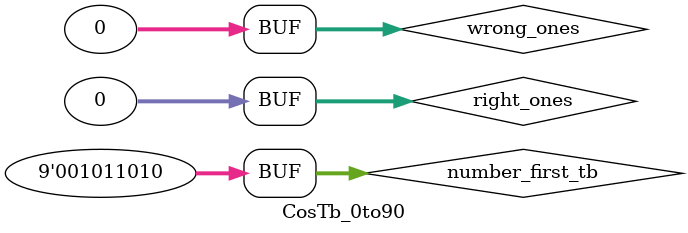
<source format=v>
`timescale 1ns / 1ps

module CosTb_0to90();

    reg [8:0]number_first_tb;
    wire whole_tb;
    wire [6:0]fraction_tb;
    wire sign_tb;
    reg [31:0]right_ones = 0;
    reg [31:0]wrong_ones = 0;
    
    Cos uut(.number_first(number_first_tb), 
            .whole(whole_tb), 
            .fraction(fraction_tb), 
            .sign(sign_tb)
            );
            
    initial begin
        number_first_tb = 0;
        //Exact Result = 1.0
        #5;
        if((whole_tb == 1)&(fraction_tb == 0)&(sign_tb == 0)) begin
            right_ones = right_ones + 1;
        end
        if((whole_tb != 1)|(fraction_tb != 0)|(sign_tb != 0)) begin
            wrong_ones = wrong_ones + 1;
        end
        #5;
        number_first_tb = 1;
        //Exact Result = 0.9998476951563913
        #5;
        if((whole_tb == 0)&(fraction_tb == 99)&(sign_tb == 0)) begin
            right_ones = right_ones + 1;
        end
        if((whole_tb != 0)|(fraction_tb != 99)|(sign_tb != 0)) begin
            wrong_ones = wrong_ones + 1;
        end
        #5;
        number_first_tb = 2;
        //Exact Result = 0.9993908270190958
        #5;
        if((whole_tb == 0)&(fraction_tb == 99)&(sign_tb == 0)) begin
            right_ones = right_ones + 1;
        end
        if((whole_tb != 0)|(fraction_tb != 99)|(sign_tb != 0)) begin
            wrong_ones = wrong_ones + 1;
        end
        #5;
        number_first_tb = 3;
        //Exact Result = 0.9986295347545738
        #5;
        if((whole_tb == 0)&(fraction_tb == 99)&(sign_tb == 0)) begin
            right_ones = right_ones + 1;
        end
        if((whole_tb != 0)|(fraction_tb != 99)|(sign_tb != 0)) begin
            wrong_ones = wrong_ones + 1;
        end
        #5;
        number_first_tb = 4;
        //Exact Result = 0.9975640502598242
        #5;
        if((whole_tb == 0)&(fraction_tb == 99)&(sign_tb == 0)) begin
            right_ones = right_ones + 1;
        end
        if((whole_tb != 0)|(fraction_tb != 99)|(sign_tb != 0)) begin
            wrong_ones = wrong_ones + 1;
        end
        #5;
        number_first_tb = 5;
        //Exact Result = 0.9961946980917455
        #5;
        if((whole_tb == 0)&(fraction_tb == 99)&(sign_tb == 0)) begin
            right_ones = right_ones + 1;
        end
        if((whole_tb != 0)|(fraction_tb != 99)|(sign_tb != 0)) begin
            wrong_ones = wrong_ones + 1;
        end
        #5;
        number_first_tb = 6;
        //Exact Result = 0.9945218953682733
        #5;
        if((whole_tb == 0)&(fraction_tb == 99)&(sign_tb == 0)) begin
            right_ones = right_ones + 1;
        end
        if((whole_tb != 0)|(fraction_tb != 99)|(sign_tb != 0)) begin
            wrong_ones = wrong_ones + 1;
        end
        #5;
        number_first_tb = 7;
        //Exact Result = 0.992546151641322
        #5;
        if((whole_tb == 0)&(fraction_tb == 99)&(sign_tb == 0)) begin
            right_ones = right_ones + 1;
        end
        if((whole_tb != 0)|(fraction_tb != 99)|(sign_tb != 0)) begin
            wrong_ones = wrong_ones + 1;
        end
        #5;
        number_first_tb = 8;
        //Exact Result = 0.9902680687415704
        #5;
        if((whole_tb == 0)&(fraction_tb == 99)&(sign_tb == 0)) begin
            right_ones = right_ones + 1;
        end
        if((whole_tb != 0)|(fraction_tb != 99)|(sign_tb != 0)) begin
            wrong_ones = wrong_ones + 1;
        end
        #5;
        number_first_tb = 9;
        //Exact Result = 0.9876883405951378
        #5;
        if((whole_tb == 0)&(fraction_tb == 98)&(sign_tb == 0)) begin
            right_ones = right_ones + 1;
        end
        if((whole_tb != 0)|(fraction_tb != 98)|(sign_tb != 0)) begin
            wrong_ones = wrong_ones + 1;
        end
        #5;
        number_first_tb = 10;
        //Exact Result = 0.984807753012208
        #5;
        if((whole_tb == 0)&(fraction_tb == 98)&(sign_tb == 0)) begin
            right_ones = right_ones + 1;
        end
        if((whole_tb != 0)|(fraction_tb != 98)|(sign_tb != 0)) begin
            wrong_ones = wrong_ones + 1;
        end
        #5;
        number_first_tb = 11;
        //Exact Result = 0.981627183447664
        #5;
        if((whole_tb == 0)&(fraction_tb == 98)&(sign_tb == 0)) begin
            right_ones = right_ones + 1;
        end
        if((whole_tb != 0)|(fraction_tb != 98)|(sign_tb != 0)) begin
            wrong_ones = wrong_ones + 1;
        end
        #5;
        number_first_tb = 12;
        //Exact Result = 0.9781476007338057
        #5;
        if((whole_tb == 0)&(fraction_tb == 97)&(sign_tb == 0)) begin
            right_ones = right_ones + 1;
        end
        if((whole_tb != 0)|(fraction_tb != 97)|(sign_tb != 0)) begin
            wrong_ones = wrong_ones + 1;
        end
        #5;
        number_first_tb = 13;
        //Exact Result = 0.9743700647852352
        #5;
        if((whole_tb == 0)&(fraction_tb == 97)&(sign_tb == 0)) begin
            right_ones = right_ones + 1;
        end
        if((whole_tb != 0)|(fraction_tb != 97)|(sign_tb != 0)) begin
            wrong_ones = wrong_ones + 1;
        end
        #5;
        number_first_tb = 14;
        //Exact Result = 0.9702957262759965
        #5;
        if((whole_tb == 0)&(fraction_tb == 97)&(sign_tb == 0)) begin
            right_ones = right_ones + 1;
        end
        if((whole_tb != 0)|(fraction_tb != 97)|(sign_tb != 0)) begin
            wrong_ones = wrong_ones + 1;
        end
        #5;
        number_first_tb = 15;
        //Exact Result = 0.9659258262890683
        #5;
        if((whole_tb == 0)&(fraction_tb == 96)&(sign_tb == 0)) begin
            right_ones = right_ones + 1;
        end
        if((whole_tb != 0)|(fraction_tb != 96)|(sign_tb != 0)) begin
            wrong_ones = wrong_ones + 1;
        end
        #5;
        number_first_tb = 16;
        //Exact Result = 0.9612616959383189
        #5;
        if((whole_tb == 0)&(fraction_tb == 96)&(sign_tb == 0)) begin
            right_ones = right_ones + 1;
        end
        if((whole_tb != 0)|(fraction_tb != 96)|(sign_tb != 0)) begin
            wrong_ones = wrong_ones + 1;
        end
        #5;
        number_first_tb = 17;
        //Exact Result = 0.9563047559630354
        #5;
        if((whole_tb == 0)&(fraction_tb == 95)&(sign_tb == 0)) begin
            right_ones = right_ones + 1;
        end
        if((whole_tb != 0)|(fraction_tb != 95)|(sign_tb != 0)) begin
            wrong_ones = wrong_ones + 1;
        end
        #5;
        number_first_tb = 18;
        //Exact Result = 0.9510565162951535
        #5;
        if((whole_tb == 0)&(fraction_tb == 95)&(sign_tb == 0)) begin
            right_ones = right_ones + 1;
        end
        if((whole_tb != 0)|(fraction_tb != 95)|(sign_tb != 0)) begin
            wrong_ones = wrong_ones + 1;
        end
        #5;
        number_first_tb = 19;
        //Exact Result = 0.9455185755993168
        #5;
        if((whole_tb == 0)&(fraction_tb == 94)&(sign_tb == 0)) begin
            right_ones = right_ones + 1;
        end
        if((whole_tb != 0)|(fraction_tb != 94)|(sign_tb != 0)) begin
            wrong_ones = wrong_ones + 1;
        end
        #5;
        number_first_tb = 20;
        //Exact Result = 0.9396926207859084
        #5;
        if((whole_tb == 0)&(fraction_tb == 93)&(sign_tb == 0)) begin
            right_ones = right_ones + 1;
        end
        if((whole_tb != 0)|(fraction_tb != 93)|(sign_tb != 0)) begin
            wrong_ones = wrong_ones + 1;
        end
        #5;
        number_first_tb = 21;
        //Exact Result = 0.9335804264972017
        #5;
        if((whole_tb == 0)&(fraction_tb == 93)&(sign_tb == 0)) begin
            right_ones = right_ones + 1;
        end
        if((whole_tb != 0)|(fraction_tb != 93)|(sign_tb != 0)) begin
            wrong_ones = wrong_ones + 1;
        end
        #5;
        number_first_tb = 22;
        //Exact Result = 0.9271838545667874
        #5;
        if((whole_tb == 0)&(fraction_tb == 92)&(sign_tb == 0)) begin
            right_ones = right_ones + 1;
        end
        if((whole_tb != 0)|(fraction_tb != 92)|(sign_tb != 0)) begin
            wrong_ones = wrong_ones + 1;
        end
        #5;
        number_first_tb = 23;
        //Exact Result = 0.9205048534524404
        #5;
        if((whole_tb == 0)&(fraction_tb == 92)&(sign_tb == 0)) begin
            right_ones = right_ones + 1;
        end
        if((whole_tb != 0)|(fraction_tb != 92)|(sign_tb != 0)) begin
            wrong_ones = wrong_ones + 1;
        end
        #5;
        number_first_tb = 24;
        //Exact Result = 0.9135454576426009
        #5;
        if((whole_tb == 0)&(fraction_tb == 91)&(sign_tb == 0)) begin
            right_ones = right_ones + 1;
        end
        if((whole_tb != 0)|(fraction_tb != 91)|(sign_tb != 0)) begin
            wrong_ones = wrong_ones + 1;
        end
        #5;
        number_first_tb = 25;
        //Exact Result = 0.9063077870366499
        #5;
        if((whole_tb == 0)&(fraction_tb == 90)&(sign_tb == 0)) begin
            right_ones = right_ones + 1;
        end
        if((whole_tb != 0)|(fraction_tb != 90)|(sign_tb != 0)) begin
            wrong_ones = wrong_ones + 1;
        end
        #5;
        number_first_tb = 26;
        //Exact Result = 0.898794046299167
        #5;
        if((whole_tb == 0)&(fraction_tb == 89)&(sign_tb == 0)) begin
            right_ones = right_ones + 1;
        end
        if((whole_tb != 0)|(fraction_tb != 89)|(sign_tb != 0)) begin
            wrong_ones = wrong_ones + 1;
        end
        #5;
        number_first_tb = 27;
        //Exact Result = 0.8910065241883679
        #5;
        if((whole_tb == 0)&(fraction_tb == 89)&(sign_tb == 0)) begin
            right_ones = right_ones + 1;
        end
        if((whole_tb != 0)|(fraction_tb != 89)|(sign_tb != 0)) begin
            wrong_ones = wrong_ones + 1;
        end
        #5;
        number_first_tb = 28;
        //Exact Result = 0.882947592858927
        #5;
        if((whole_tb == 0)&(fraction_tb == 88)&(sign_tb == 0)) begin
            right_ones = right_ones + 1;
        end
        if((whole_tb != 0)|(fraction_tb != 88)|(sign_tb != 0)) begin
            wrong_ones = wrong_ones + 1;
        end
        #5;
        number_first_tb = 29;
        //Exact Result = 0.8746197071393957
        #5;
        if((whole_tb == 0)&(fraction_tb == 87)&(sign_tb == 0)) begin
            right_ones = right_ones + 1;
        end
        if((whole_tb != 0)|(fraction_tb != 87)|(sign_tb != 0)) begin
            wrong_ones = wrong_ones + 1;
        end
        #5;
        number_first_tb = 30;
        //Exact Result = 0.8660254037844387
        #5;
        if((whole_tb == 0)&(fraction_tb == 86)&(sign_tb == 0)) begin
            right_ones = right_ones + 1;
        end
        if((whole_tb != 0)|(fraction_tb != 86)|(sign_tb != 0)) begin
            wrong_ones = wrong_ones + 1;
        end
        #5;
        number_first_tb = 31;
        //Exact Result = 0.8571673007021123
        #5;
        if((whole_tb == 0)&(fraction_tb == 85)&(sign_tb == 0)) begin
            right_ones = right_ones + 1;
        end
        if((whole_tb != 0)|(fraction_tb != 85)|(sign_tb != 0)) begin
            wrong_ones = wrong_ones + 1;
        end
        #5;
        number_first_tb = 32;
        //Exact Result = 0.848048096156426
        #5;
        if((whole_tb == 0)&(fraction_tb == 84)&(sign_tb == 0)) begin
            right_ones = right_ones + 1;
        end
        if((whole_tb != 0)|(fraction_tb != 84)|(sign_tb != 0)) begin
            wrong_ones = wrong_ones + 1;
        end
        #5;
        number_first_tb = 33;
        //Exact Result = 0.838670567945424
        #5;
        if((whole_tb == 0)&(fraction_tb == 83)&(sign_tb == 0)) begin
            right_ones = right_ones + 1;
        end
        if((whole_tb != 0)|(fraction_tb != 83)|(sign_tb != 0)) begin
            wrong_ones = wrong_ones + 1;
        end
        #5;
        number_first_tb = 34;
        //Exact Result = 0.8290375725550417
        #5;
        if((whole_tb == 0)&(fraction_tb == 82)&(sign_tb == 0)) begin
            right_ones = right_ones + 1;
        end
        if((whole_tb != 0)|(fraction_tb != 82)|(sign_tb != 0)) begin
            wrong_ones = wrong_ones + 1;
        end
        #5;
        number_first_tb = 35;
        //Exact Result = 0.8191520442889918
        #5;
        if((whole_tb == 0)&(fraction_tb == 81)&(sign_tb == 0)) begin
            right_ones = right_ones + 1;
        end
        if((whole_tb != 0)|(fraction_tb != 81)|(sign_tb != 0)) begin
            wrong_ones = wrong_ones + 1;
        end
        #5;
        number_first_tb = 36;
        //Exact Result = 0.8090169943749475
        #5;
        if((whole_tb == 0)&(fraction_tb == 80)&(sign_tb == 0)) begin
            right_ones = right_ones + 1;
        end
        if((whole_tb != 0)|(fraction_tb != 80)|(sign_tb != 0)) begin
            wrong_ones = wrong_ones + 1;
        end
        #5;
        number_first_tb = 37;
        //Exact Result = 0.7986355100472928
        #5;
        if((whole_tb == 0)&(fraction_tb == 79)&(sign_tb == 0)) begin
            right_ones = right_ones + 1;
        end
        if((whole_tb != 0)|(fraction_tb != 79)|(sign_tb != 0)) begin
            wrong_ones = wrong_ones + 1;
        end
        #5;
        number_first_tb = 38;
        //Exact Result = 0.7880107536067219
        #5;
        if((whole_tb == 0)&(fraction_tb == 78)&(sign_tb == 0)) begin
            right_ones = right_ones + 1;
        end
        if((whole_tb != 0)|(fraction_tb != 78)|(sign_tb != 0)) begin
            wrong_ones = wrong_ones + 1;
        end
        #5;
        number_first_tb = 39;
        //Exact Result = 0.7771459614569709
        #5;
        if((whole_tb == 0)&(fraction_tb == 77)&(sign_tb == 0)) begin
            right_ones = right_ones + 1;
        end
        if((whole_tb != 0)|(fraction_tb != 77)|(sign_tb != 0)) begin
            wrong_ones = wrong_ones + 1;
        end
        #5;
        number_first_tb = 40;
        //Exact Result = 0.766044443118978
        #5;
        if((whole_tb == 0)&(fraction_tb == 76)&(sign_tb == 0)) begin
            right_ones = right_ones + 1;
        end
        if((whole_tb != 0)|(fraction_tb != 76)|(sign_tb != 0)) begin
            wrong_ones = wrong_ones + 1;
        end
        #5;
        number_first_tb = 41;
        //Exact Result = 0.754709580222772
        #5;
        if((whole_tb == 0)&(fraction_tb == 75)&(sign_tb == 0)) begin
            right_ones = right_ones + 1;
        end
        if((whole_tb != 0)|(fraction_tb != 75)|(sign_tb != 0)) begin
            wrong_ones = wrong_ones + 1;
        end
        #5;
        number_first_tb = 42;
        //Exact Result = 0.7431448254773942
        #5;
        if((whole_tb == 0)&(fraction_tb == 74)&(sign_tb == 0)) begin
            right_ones = right_ones + 1;
        end
        if((whole_tb != 0)|(fraction_tb != 74)|(sign_tb != 0)) begin
            wrong_ones = wrong_ones + 1;
        end
        #5;
        number_first_tb = 43;
        //Exact Result = 0.7313537016191705
        #5;
        if((whole_tb == 0)&(fraction_tb == 73)&(sign_tb == 0)) begin
            right_ones = right_ones + 1;
        end
        if((whole_tb != 0)|(fraction_tb != 73)|(sign_tb != 0)) begin
            wrong_ones = wrong_ones + 1;
        end
        #5;
        number_first_tb = 44;
        //Exact Result = 0.7193398003386512
        #5;
        if((whole_tb == 0)&(fraction_tb == 71)&(sign_tb == 0)) begin
            right_ones = right_ones + 1;
        end
        if((whole_tb != 0)|(fraction_tb != 71)|(sign_tb != 0)) begin
            wrong_ones = wrong_ones + 1;
        end
        #5;
        number_first_tb = 45;
        //Exact Result = 0.7071067811865476
        #5;
        if((whole_tb == 0)&(fraction_tb == 70)&(sign_tb == 0)) begin
            right_ones = right_ones + 1;
        end
        if((whole_tb != 0)|(fraction_tb != 70)|(sign_tb != 0)) begin
            wrong_ones = wrong_ones + 1;
        end
        #5;
        number_first_tb = 46;
        //Exact Result = 0.6946583704589973
        #5;
        if((whole_tb == 0)&(fraction_tb == 69)&(sign_tb == 0)) begin
            right_ones = right_ones + 1;
        end
        if((whole_tb != 0)|(fraction_tb != 69)|(sign_tb != 0)) begin
            wrong_ones = wrong_ones + 1;
        end
        #5;
        number_first_tb = 47;
        //Exact Result = 0.6819983600624985
        #5;
        if((whole_tb == 0)&(fraction_tb == 68)&(sign_tb == 0)) begin
            right_ones = right_ones + 1;
        end
        if((whole_tb != 0)|(fraction_tb != 68)|(sign_tb != 0)) begin
            wrong_ones = wrong_ones + 1;
        end
        #5;
        number_first_tb = 48;
        //Exact Result = 0.6691306063588582
        #5;
        if((whole_tb == 0)&(fraction_tb == 66)&(sign_tb == 0)) begin
            right_ones = right_ones + 1;
        end
        if((whole_tb != 0)|(fraction_tb != 66)|(sign_tb != 0)) begin
            wrong_ones = wrong_ones + 1;
        end
        #5;
        number_first_tb = 49;
        //Exact Result = 0.6560590289905073
        #5;
        if((whole_tb == 0)&(fraction_tb == 65)&(sign_tb == 0)) begin
            right_ones = right_ones + 1;
        end
        if((whole_tb != 0)|(fraction_tb != 65)|(sign_tb != 0)) begin
            wrong_ones = wrong_ones + 1;
        end
        #5;
        number_first_tb = 50;
        //Exact Result = 0.6427876096865394
        #5;
        if((whole_tb == 0)&(fraction_tb == 64)&(sign_tb == 0)) begin
            right_ones = right_ones + 1;
        end
        if((whole_tb != 0)|(fraction_tb != 64)|(sign_tb != 0)) begin
            wrong_ones = wrong_ones + 1;
        end
        #5;
        number_first_tb = 51;
        //Exact Result = 0.6293203910498375
        #5;
        if((whole_tb == 0)&(fraction_tb == 62)&(sign_tb == 0)) begin
            right_ones = right_ones + 1;
        end
        if((whole_tb != 0)|(fraction_tb != 62)|(sign_tb != 0)) begin
            wrong_ones = wrong_ones + 1;
        end
        #5;
        number_first_tb = 52;
        //Exact Result = 0.6156614753256583
        #5;
        if((whole_tb == 0)&(fraction_tb == 61)&(sign_tb == 0)) begin
            right_ones = right_ones + 1;
        end
        if((whole_tb != 0)|(fraction_tb != 61)|(sign_tb != 0)) begin
            wrong_ones = wrong_ones + 1;
        end
        #5;
        number_first_tb = 53;
        //Exact Result = 0.6018150231520484
        #5;
        if((whole_tb == 0)&(fraction_tb == 60)&(sign_tb == 0)) begin
            right_ones = right_ones + 1;
        end
        if((whole_tb != 0)|(fraction_tb != 60)|(sign_tb != 0)) begin
            wrong_ones = wrong_ones + 1;
        end
        #5;
        number_first_tb = 54;
        //Exact Result = 0.5877852522924731
        #5;
        if((whole_tb == 0)&(fraction_tb == 58)&(sign_tb == 0)) begin
            right_ones = right_ones + 1;
        end
        if((whole_tb != 0)|(fraction_tb != 58)|(sign_tb != 0)) begin
            wrong_ones = wrong_ones + 1;
        end
        #5;
        number_first_tb = 55;
        //Exact Result = 0.573576436351046
        #5;
        if((whole_tb == 0)&(fraction_tb == 57)&(sign_tb == 0)) begin
            right_ones = right_ones + 1;
        end
        if((whole_tb != 0)|(fraction_tb != 57)|(sign_tb != 0)) begin
            wrong_ones = wrong_ones + 1;
        end
        #5;
        number_first_tb = 56;
        //Exact Result = 0.5591929034707468
        #5;
        if((whole_tb == 0)&(fraction_tb == 55)&(sign_tb == 0)) begin
            right_ones = right_ones + 1;
        end
        if((whole_tb != 0)|(fraction_tb != 55)|(sign_tb != 0)) begin
            wrong_ones = wrong_ones + 1;
        end
        #5;
        number_first_tb = 57;
        //Exact Result = 0.5446390350150271
        #5;
        if((whole_tb == 0)&(fraction_tb == 54)&(sign_tb == 0)) begin
            right_ones = right_ones + 1;
        end
        if((whole_tb != 0)|(fraction_tb != 54)|(sign_tb != 0)) begin
            wrong_ones = wrong_ones + 1;
        end
        #5;
        number_first_tb = 58;
        //Exact Result = 0.5299192642332049
        #5;
        if((whole_tb == 0)&(fraction_tb == 52)&(sign_tb == 0)) begin
            right_ones = right_ones + 1;
        end
        if((whole_tb != 0)|(fraction_tb != 52)|(sign_tb != 0)) begin
            wrong_ones = wrong_ones + 1;
        end
        #5;
        number_first_tb = 59;
        //Exact Result = 0.5150380749100542
        #5;
        if((whole_tb == 0)&(fraction_tb == 51)&(sign_tb == 0)) begin
            right_ones = right_ones + 1;
        end
        if((whole_tb != 0)|(fraction_tb != 51)|(sign_tb != 0)) begin
            wrong_ones = wrong_ones + 1;
        end
        #5;
        number_first_tb = 60;
        //Exact Result = 0.5000000000000001
        #5;
        if((whole_tb == 0)&(fraction_tb == 50)&(sign_tb == 0)) begin
            right_ones = right_ones + 1;
        end
        if((whole_tb != 0)|(fraction_tb != 50)|(sign_tb != 0)) begin
            wrong_ones = wrong_ones + 1;
        end
        #5;
        number_first_tb = 61;
        //Exact Result = 0.4848096202463371
        #5;
        if((whole_tb == 0)&(fraction_tb == 48)&(sign_tb == 0)) begin
            right_ones = right_ones + 1;
        end
        if((whole_tb != 0)|(fraction_tb != 48)|(sign_tb != 0)) begin
            wrong_ones = wrong_ones + 1;
        end
        #5;
        number_first_tb = 62;
        //Exact Result = 0.46947156278589086
        #5;
        if((whole_tb == 0)&(fraction_tb == 46)&(sign_tb == 0)) begin
            right_ones = right_ones + 1;
        end
        if((whole_tb != 0)|(fraction_tb != 46)|(sign_tb != 0)) begin
            wrong_ones = wrong_ones + 1;
        end
        #5;
        number_first_tb = 63;
        //Exact Result = 0.4539904997395468
        #5;
        if((whole_tb == 0)&(fraction_tb == 45)&(sign_tb == 0)) begin
            right_ones = right_ones + 1;
        end
        if((whole_tb != 0)|(fraction_tb != 45)|(sign_tb != 0)) begin
            wrong_ones = wrong_ones + 1;
        end
        #5;
        number_first_tb = 64;
        //Exact Result = 0.43837114678907746
        #5;
        if((whole_tb == 0)&(fraction_tb == 43)&(sign_tb == 0)) begin
            right_ones = right_ones + 1;
        end
        if((whole_tb != 0)|(fraction_tb != 43)|(sign_tb != 0)) begin
            wrong_ones = wrong_ones + 1;
        end
        #5;
        number_first_tb = 65;
        //Exact Result = 0.42261826174069944
        #5;
        if((whole_tb == 0)&(fraction_tb == 42)&(sign_tb == 0)) begin
            right_ones = right_ones + 1;
        end
        if((whole_tb != 0)|(fraction_tb != 42)|(sign_tb != 0)) begin
            wrong_ones = wrong_ones + 1;
        end
        #5;
        number_first_tb = 66;
        //Exact Result = 0.4067366430758002
        #5;
        if((whole_tb == 0)&(fraction_tb == 40)&(sign_tb == 0)) begin
            right_ones = right_ones + 1;
        end
        if((whole_tb != 0)|(fraction_tb != 40)|(sign_tb != 0)) begin
            wrong_ones = wrong_ones + 1;
        end
        #5;
        number_first_tb = 67;
        //Exact Result = 0.3907311284892737
        #5;
        if((whole_tb == 0)&(fraction_tb == 39)&(sign_tb == 0)) begin
            right_ones = right_ones + 1;
        end
        if((whole_tb != 0)|(fraction_tb != 39)|(sign_tb != 0)) begin
            wrong_ones = wrong_ones + 1;
        end
        #5;
        number_first_tb = 68;
        //Exact Result = 0.37460659341591196
        #5;
        if((whole_tb == 0)&(fraction_tb == 37)&(sign_tb == 0)) begin
            right_ones = right_ones + 1;
        end
        if((whole_tb != 0)|(fraction_tb != 37)|(sign_tb != 0)) begin
            wrong_ones = wrong_ones + 1;
        end
        #5;
        number_first_tb = 69;
        //Exact Result = 0.3583679495453004
        #5;
        if((whole_tb == 0)&(fraction_tb == 35)&(sign_tb == 0)) begin
            right_ones = right_ones + 1;
        end
        if((whole_tb != 0)|(fraction_tb != 35)|(sign_tb != 0)) begin
            wrong_ones = wrong_ones + 1;
        end
        #5;
        number_first_tb = 70;
        //Exact Result = 0.3420201433256688
        #5;
        if((whole_tb == 0)&(fraction_tb == 34)&(sign_tb == 0)) begin
            right_ones = right_ones + 1;
        end
        if((whole_tb != 0)|(fraction_tb != 34)|(sign_tb != 0)) begin
            wrong_ones = wrong_ones + 1;
        end
        #5;
        number_first_tb = 71;
        //Exact Result = 0.32556815445715676
        #5;
        if((whole_tb == 0)&(fraction_tb == 32)&(sign_tb == 0)) begin
            right_ones = right_ones + 1;
        end
        if((whole_tb != 0)|(fraction_tb != 32)|(sign_tb != 0)) begin
            wrong_ones = wrong_ones + 1;
        end
        #5;
        number_first_tb = 72;
        //Exact Result = 0.30901699437494745
        #5;
        if((whole_tb == 0)&(fraction_tb == 30)&(sign_tb == 0)) begin
            right_ones = right_ones + 1;
        end
        if((whole_tb != 0)|(fraction_tb != 30)|(sign_tb != 0)) begin
            wrong_ones = wrong_ones + 1;
        end
        #5;
        number_first_tb = 73;
        //Exact Result = 0.29237170472273677
        #5;
        if((whole_tb == 0)&(fraction_tb == 29)&(sign_tb == 0)) begin
            right_ones = right_ones + 1;
        end
        if((whole_tb != 0)|(fraction_tb != 29)|(sign_tb != 0)) begin
            wrong_ones = wrong_ones + 1;
        end
        #5;
        number_first_tb = 74;
        //Exact Result = 0.27563735581699916
        #5;
        if((whole_tb == 0)&(fraction_tb == 27)&(sign_tb == 0)) begin
            right_ones = right_ones + 1;
        end
        if((whole_tb != 0)|(fraction_tb != 27)|(sign_tb != 0)) begin
            wrong_ones = wrong_ones + 1;
        end
        #5;
        number_first_tb = 75;
        //Exact Result = 0.25881904510252074
        #5;
        if((whole_tb == 0)&(fraction_tb == 25)&(sign_tb == 0)) begin
            right_ones = right_ones + 1;
        end
        if((whole_tb != 0)|(fraction_tb != 25)|(sign_tb != 0)) begin
            wrong_ones = wrong_ones + 1;
        end
        #5;
        number_first_tb = 76;
        //Exact Result = 0.24192189559966767
        #5;
        if((whole_tb == 0)&(fraction_tb == 24)&(sign_tb == 0)) begin
            right_ones = right_ones + 1;
        end
        if((whole_tb != 0)|(fraction_tb != 24)|(sign_tb != 0)) begin
            wrong_ones = wrong_ones + 1;
        end
        #5;
        number_first_tb = 77;
        //Exact Result = 0.22495105434386492
        #5;
        if((whole_tb == 0)&(fraction_tb == 22)&(sign_tb == 0)) begin
            right_ones = right_ones + 1;
        end
        if((whole_tb != 0)|(fraction_tb != 22)|(sign_tb != 0)) begin
            wrong_ones = wrong_ones + 1;
        end
        #5;
        number_first_tb = 78;
        //Exact Result = 0.20791169081775945
        #5;
        if((whole_tb == 0)&(fraction_tb == 20)&(sign_tb == 0)) begin
            right_ones = right_ones + 1;
        end
        if((whole_tb != 0)|(fraction_tb != 20)|(sign_tb != 0)) begin
            wrong_ones = wrong_ones + 1;
        end
        #5;
        number_first_tb = 79;
        //Exact Result = 0.19080899537654492
        #5;
        if((whole_tb == 0)&(fraction_tb == 19)&(sign_tb == 0)) begin
            right_ones = right_ones + 1;
        end
        if((whole_tb != 0)|(fraction_tb != 19)|(sign_tb != 0)) begin
            wrong_ones = wrong_ones + 1;
        end
        #5;
        number_first_tb = 80;
        //Exact Result = 0.17364817766693041
        #5;
        if((whole_tb == 0)&(fraction_tb == 17)&(sign_tb == 0)) begin
            right_ones = right_ones + 1;
        end
        if((whole_tb != 0)|(fraction_tb != 17)|(sign_tb != 0)) begin
            wrong_ones = wrong_ones + 1;
        end
        #5;
        number_first_tb = 81;
        //Exact Result = 0.15643446504023092
        #5;
        if((whole_tb == 0)&(fraction_tb == 15)&(sign_tb == 0)) begin
            right_ones = right_ones + 1;
        end
        if((whole_tb != 0)|(fraction_tb != 15)|(sign_tb != 0)) begin
            wrong_ones = wrong_ones + 1;
        end
        #5;
        number_first_tb = 82;
        //Exact Result = 0.13917310096006547
        #5;
        if((whole_tb == 0)&(fraction_tb == 13)&(sign_tb == 0)) begin
            right_ones = right_ones + 1;
        end
        if((whole_tb != 0)|(fraction_tb != 13)|(sign_tb != 0)) begin
            wrong_ones = wrong_ones + 1;
        end
        #5;
        number_first_tb = 83;
        //Exact Result = 0.12186934340514749
        #5;
        if((whole_tb == 0)&(fraction_tb == 12)&(sign_tb == 0)) begin
            right_ones = right_ones + 1;
        end
        if((whole_tb != 0)|(fraction_tb != 12)|(sign_tb != 0)) begin
            wrong_ones = wrong_ones + 1;
        end
        #5;
        number_first_tb = 84;
        //Exact Result = 0.10452846326765346
        #5;
        if((whole_tb == 0)&(fraction_tb == 10)&(sign_tb == 0)) begin
            right_ones = right_ones + 1;
        end
        if((whole_tb != 0)|(fraction_tb != 10)|(sign_tb != 0)) begin
            wrong_ones = wrong_ones + 1;
        end
        #5;
        number_first_tb = 85;
        //Exact Result = 0.08715574274765814
        #5;
        if((whole_tb == 0)&(fraction_tb == 8)&(sign_tb == 0)) begin
            right_ones = right_ones + 1;
        end
        if((whole_tb != 0)|(fraction_tb != 8)|(sign_tb != 0)) begin
            wrong_ones = wrong_ones + 1;
        end
        #5;
        number_first_tb = 86;
        //Exact Result = 0.06975647374412523
        #5;
        if((whole_tb == 0)&(fraction_tb == 6)&(sign_tb == 0)) begin
            right_ones = right_ones + 1;
        end
        if((whole_tb != 0)|(fraction_tb != 6)|(sign_tb != 0)) begin
            wrong_ones = wrong_ones + 1;
        end
        #5;
        number_first_tb = 87;
        //Exact Result = 0.052335956242943966
        #5;
        if((whole_tb == 0)&(fraction_tb == 5)&(sign_tb == 0)) begin
            right_ones = right_ones + 1;
        end
        if((whole_tb != 0)|(fraction_tb != 5)|(sign_tb != 0)) begin
            wrong_ones = wrong_ones + 1;
        end
        #5;
        number_first_tb = 88;
        //Exact Result = 0.03489949670250108
        #5;
        if((whole_tb == 0)&(fraction_tb == 3)&(sign_tb == 0)) begin
            right_ones = right_ones + 1;
        end
        if((whole_tb != 0)|(fraction_tb != 3)|(sign_tb != 0)) begin
            wrong_ones = wrong_ones + 1;
        end
        #5;
        number_first_tb = 89;
        //Exact Result = 0.0174524064372836
        #5;
        if((whole_tb == 0)&(fraction_tb == 1)&(sign_tb == 0)) begin
            right_ones = right_ones + 1;
        end
        if((whole_tb != 0)|(fraction_tb != 1)|(sign_tb != 0)) begin
            wrong_ones = wrong_ones + 1;
        end
        #5;
        number_first_tb = 90;
        //Exact Result = 0.0
        #5;
        if((whole_tb == 0)&(fraction_tb == 0)&(sign_tb == 0)) begin
            right_ones = right_ones + 1;
        end
        if((whole_tb != 0)|(fraction_tb != 0)|(sign_tb != 0)) begin
            wrong_ones = wrong_ones + 1;
        end
        #5;
    end
endmodule      
            
</source>
